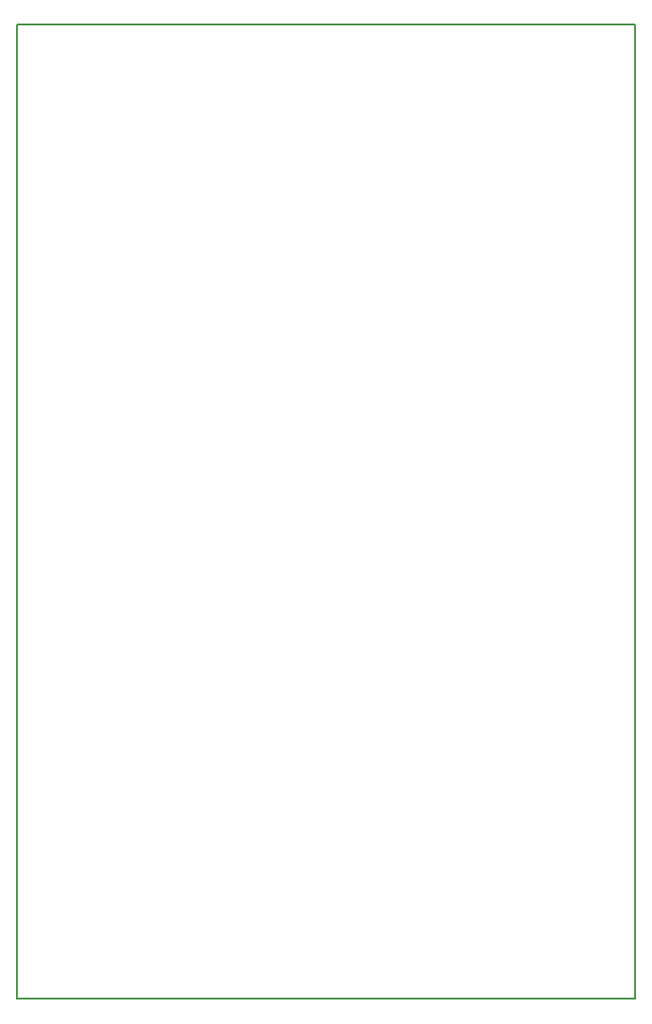
<source format=gbo>
G04 MADE WITH FRITZING*
G04 WWW.FRITZING.ORG*
G04 DOUBLE SIDED*
G04 HOLES PLATED*
G04 CONTOUR ON CENTER OF CONTOUR VECTOR*
%ASAXBY*%
%FSLAX23Y23*%
%MOIN*%
%OFA0B0*%
%SFA1.0B1.0*%
%ADD10R,2.200000X3.455560X2.184000X3.439560*%
%ADD11C,0.008000*%
%LNSILK0*%
G90*
G70*
G54D11*
X4Y3452D02*
X2196Y3452D01*
X2196Y4D01*
X4Y4D01*
X4Y3452D01*
D02*
G04 End of Silk0*
M02*
</source>
